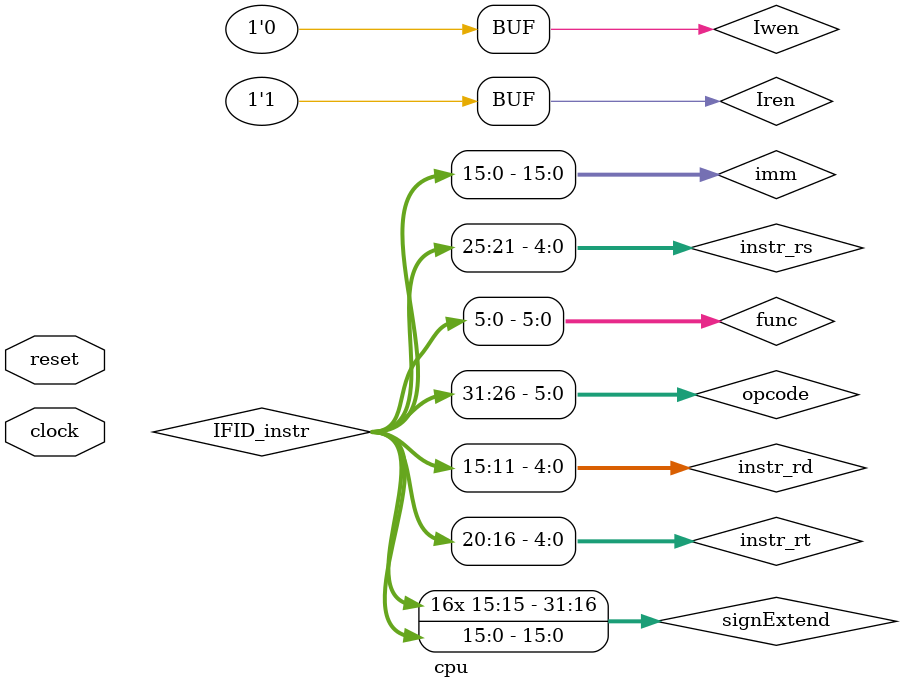
<source format=v>
/***********************************************************************************************/
/*********************************  MIPS 5-stage pipeline implementation ***********************/
/***********************************************************************************************/

`timescale 1ns/1ps

module cpu(input clock, input reset);
 reg [31:0] PC; 
 reg [31:0] IFID_PCplus4;
 reg [31:0] IFID_instr;
 reg [31:0] IDEX_rdA, IDEX_rdB, IDEX_signExtend;
 reg [4:0]  IDEX_instr_rt, IDEX_instr_rs, IDEX_instr_rd;                            
 reg        IDEX_RegDst, IDEX_ALUSrc;
 reg [1:0]  IDEX_ALUcntrl;
 reg        IDEX_Branch, IDEX_MemRead, IDEX_MemWrite; 
 reg        IDEX_MemToReg, IDEX_RegWrite;                
 reg [4:0]  EXMEM_RegWriteAddr, EXMEM_instr_rd; 
 reg [31:0] EXMEM_ALUOut;
 reg        EXMEM_Zero;
 reg [31:0] EXMEM_MemWriteData;
 reg        EXMEM_Branch, EXMEM_MemRead, EXMEM_MemWrite, EXMEM_RegWrite, EXMEM_MemToReg;
 reg [31:0] MEMWB_DMemOut;
 reg [4:0]  MEMWB_RegWriteAddr, MEMWB_instr_rd; 
 reg [31:0] MEMWB_ALUOut;
 reg        MEMWB_MemToReg, MEMWB_RegWrite;               
 reg        Iren = 1'b1,Iwen = 1'b0;
 wire [31:0] din,mdout;
 wire [31:0] instr, MemWriteData, ALUInA, ALUInB, ALUOut, rdA, rdB, signExtend, DMemOut, wRegData, PCIncr;
 wire Zero, RegDst, MemRead, MemWrite, MemToReg, ALUSrc, RegWrite, Branch, PC_write, IFID_write, hazard_signal;
 wire [5:0] opcode, func;
 wire [4:0] instr_rs, instr_rt, instr_rd, RegWriteAddr;
 wire [3:0] ALUOp;
 wire [1:0] ALUcntrl, fA, fB;
 wire [15:0] imm;

 
 

/***************** Instruction Fetch Unit (IF)  ****************/
 always @(posedge clock or negedge reset)
  begin 
    if (reset == 1'b0)     
       PC <= -1;     
    else if (PC == -1)
       PC <= 0;
    else
       PC <= PC + 4;
  end
  
  // IFID pipeline register
 always @(posedge clock or negedge reset)
  begin 
    if (reset == 1'b0)     
      begin
       IFID_PCplus4 <= 32'b0;    
       IFID_instr <= 32'b0;
    end 
    else 
      begin
       IFID_PCplus4 <= PC + 32'd4;
       IFID_instr <= instr;
    end
  end
  
// TO FILL IN: Instantiate the Instruction Memory here 
  
Memory cpu_IMem(clock,reset,Iren,Iwen,{2'b0, PC[31:2]},din,instr);  
  

/***************** Instruction Decode Unit (ID)  ****************/
assign opcode = IFID_instr[31:26];
assign func = IFID_instr[5:0];
assign instr_rs = IFID_instr[25:21];
assign instr_rt = IFID_instr[20:16];
assign instr_rd = IFID_instr[15:11];
assign imm = IFID_instr[15:0];
assign signExtend = {{16{imm[15]}}, imm};

// Register file
RegFile cpu_regs(clock, reset, instr_rs, instr_rt, MEMWB_RegWriteAddr, MEMWB_RegWrite, wRegData, rdA, rdB);

  // IDEX pipeline register
 always @(posedge clock or negedge reset)
  begin 
    if (reset == 1'b0)
      begin
       IDEX_rdA <= 32'b0;    
       IDEX_rdB <= 32'b0;
       IDEX_signExtend <= 32'b0;
       IDEX_instr_rd <= 5'b0;
       IDEX_instr_rs <= 5'b0;
       IDEX_instr_rt <= 5'b0;
       IDEX_RegDst <= 1'b0;
       IDEX_ALUcntrl <= 2'b0;
       IDEX_ALUSrc <= 1'b0;
       IDEX_Branch <= 1'b0;
       IDEX_MemRead <= 1'b0;
       IDEX_MemWrite <= 1'b0;
       IDEX_MemToReg <= 1'b0;                  
       IDEX_RegWrite <= 1'b0;
    end 
    else 
      begin
       IDEX_rdA <= rdA;
       IDEX_rdB <= rdB;
       IDEX_signExtend <= signExtend;
       IDEX_instr_rd <= instr_rd;
       IDEX_instr_rs <= instr_rs;
       IDEX_instr_rt <= instr_rt;
       IDEX_RegDst <= RegDst;
       IDEX_ALUcntrl <= ALUcntrl;
       IDEX_ALUSrc <= ALUSrc;
       IDEX_Branch <= Branch;
       IDEX_MemRead <= MemRead;
       IDEX_MemWrite <= MemWrite;
       IDEX_MemToReg <= MemToReg;                  
       IDEX_RegWrite <= RegWrite;
    end
  end

// Main Control Unit 
control_main control_main (RegDst,
                  Branch,
                  MemRead,
                  MemWrite,
                  MemToReg,
                  ALUSrc,
                  RegWrite,
                  ALUcntrl,
                  opcode);
                  
// TO FILL IN: Instantiation of Control Unit that generates stalls
hazard_unit cpu_hu(IFID_write, PC_write, hazard_signal, IDEX_MemRead, IDEX_instr_rt, instr_rs, instr_rt);


                           
/***************** Execution Unit (EX)  ****************/
                 
// assign ALUInA = IDEX_rdA;
assign ALUInA = (fA[0]) ? (wRegData) : 
                (fA[1]) ? (EXMEM_ALUOut) : (IDEX_rdA);

assign MemWriteData = (fB[0]) ? (wRegData) : 
                      (fB[1]) ? (EXMEM_ALUOut) : IDEX_rdB;




// assign ALUInB = (IDEX_ALUSrc == 1'b0) ? IDEX_rdB : IDEX_signExtend;
assign ALUInB = (IDEX_ALUSrc)  ? (IDEX_signExtend) : (MemWriteData); 

//  ALU
ALU  #(32) cpu_alu(ALUOut, Zero, ALUInA, ALUInB, ALUOp);

assign RegWriteAddr = (IDEX_RegDst==1'b0) ? IDEX_instr_rt : IDEX_instr_rd;

 // EXMEM pipeline register
 always @(posedge clock or negedge reset)
  begin 
    if (reset == 1'b0)     
      begin
       EXMEM_ALUOut <= 32'b0;    
       EXMEM_RegWriteAddr <= 5'b0;
       EXMEM_MemWriteData <= 32'b0;
       EXMEM_instr_rd <= 5'b0;
       EXMEM_Zero <= 1'b0;
       EXMEM_Branch <= 1'b0;
       EXMEM_MemRead <= 1'b0;
       EXMEM_MemWrite <= 1'b0;
       EXMEM_MemToReg <= 1'b0;                  
       EXMEM_RegWrite <= 1'b0;
      end 
    else 
      begin
       EXMEM_ALUOut <= ALUOut;    
       EXMEM_RegWriteAddr <= RegWriteAddr;
       EXMEM_MemWriteData <= IDEX_rdB; // edit from source
       EXMEM_instr_rd <= RegWriteAddr;
       EXMEM_Zero <= Zero;
       EXMEM_Branch <= IDEX_Branch;
       EXMEM_MemRead <= IDEX_MemRead;
       EXMEM_MemWrite <= IDEX_MemWrite;
       EXMEM_MemToReg <= IDEX_MemToReg;                  
       EXMEM_RegWrite <= IDEX_RegWrite;
      end
  end
  
  // ALU control
  control_alu control_alu(ALUOp, IDEX_ALUcntrl, IDEX_signExtend[5:0]);
  
   // TO FILL IN: Instantiation of control logic for Forwarding goes here
  forwarding_unit cpu_fu(fA, fB, EXMEM_RegWrite, EXMEM_instr_rd, MEMWB_RegWrite,
                         MEMWB_instr_rd, IDEX_instr_rt, IDEX_instr_rs);

  
  
  
/***************** Memory Unit (MEM)  ****************/  

// Data memory 1KB
// Instantiate the Data Memory here 
Memory cpu_DMem(clock, reset, EXMEM_MemRead, EXMEM_MemWrite, EXMEM_ALUOut, EXMEM_MemWriteData, DMemOut);


// MEMWB pipeline register
 always @(posedge clock or negedge reset)
  begin 
    if (reset == 1'b0)     
      begin
       MEMWB_DMemOut <= 32'b0;    
       MEMWB_ALUOut <= 32'b0;
       MEMWB_RegWriteAddr <= 5'b0;
       MEMWB_MemToReg <= 1'b0;                  
       MEMWB_RegWrite <= 1'b0;
      end 
    else 
      begin
       MEMWB_DMemOut <= DMemOut;
       MEMWB_ALUOut <= EXMEM_ALUOut;
       MEMWB_RegWriteAddr <= EXMEM_RegWriteAddr;
       MEMWB_MemToReg <= EXMEM_MemToReg;                  
       MEMWB_RegWrite <= EXMEM_RegWrite;
      end
  end

  
  
  

/***************** WriteBack Unit (WB)  ****************/  
// TO FILL IN: Write Back logic 
assign wRegData = (MEMWB_MemToReg) ? (MEMWB_DMemOut) : (MEMWB_ALUOut);



endmodule

</source>
